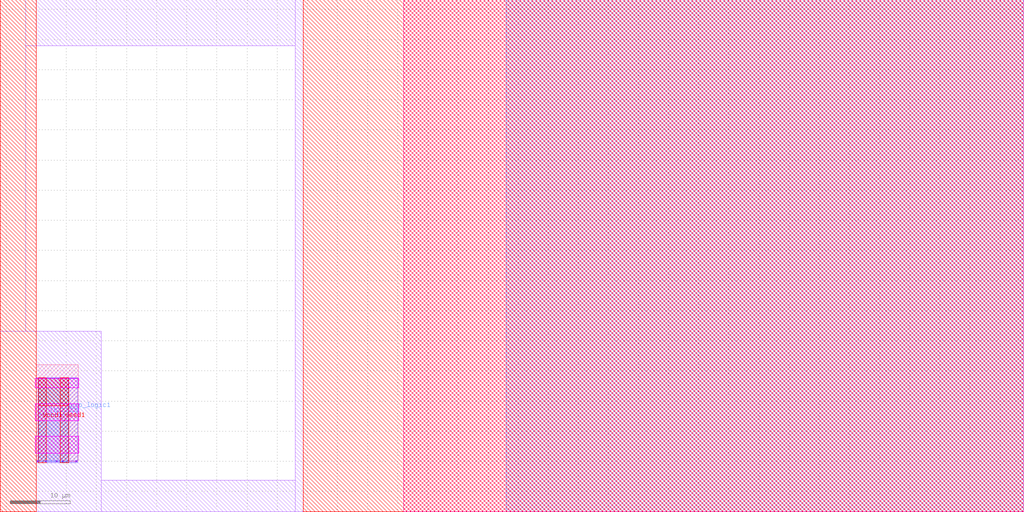
<source format=lef>
VERSION 5.7 ;
  NOWIREEXTENSIONATPIN ON ;
  DIVIDERCHAR "/" ;
  BUSBITCHARS "[]" ;
MACRO gpio_logic_high
  CLASS BLOCK ;
  FOREIGN gpio_logic_high ;
  ORIGIN 0.000 0.000 ;
  SIZE 7.000 BY 16.000 ;
  PIN gpio_logic1
    DIRECTION OUTPUT TRISTATE ;
    USE SIGNAL ;
    PORT
      LAYER met3 ;
        RECT 3.000 8.200 7.000 8.800 ;
    END
  END gpio_logic1
  PIN vccd1
    DIRECTION INPUT ;
    USE POWER ;
    PORT
      LAYER met4 ;
        RECT 0.300 -0.240 1.700 13.840 ;
    END
  END vccd1
  PIN vssd1
    DIRECTION INPUT ;
    USE GROUND ;
    PORT
      LAYER met4 ;
        RECT 4.000 -0.240 5.400 13.840 ;
    END
  END vssd1
  OBS
      LAYER nwell ;
        RECT -0.190 12.185 7.090 13.790 ;
        RECT -0.190 6.745 7.090 9.575 ;
        RECT -0.190 1.305 7.090 4.135 ;
      LAYER pwell ;
        RECT 0.145 -0.085 0.315 0.085 ;
        RECT 1.525 -0.085 1.695 0.085 ;
        RECT 3.360 -0.055 3.480 0.055 ;
        RECT 4.285 -0.085 4.455 0.085 ;
        RECT 6.585 -0.085 6.755 0.085 ;
      LAYER li1 ;
        RECT 0.000 0.085 6.900 13.685 ;
        RECT -5.98 -8.400 10.815 21.565 ;
        RECT -5.98 21.565 -1.715 76.600 ;
        RECT -1.715 69.005 43.02 76.600 ;
        RECT 10.815 -8.400 43.02 -3.16 ;
        RECT 43.02 -8.400 163.83 76.600 ;
      LAYER li1 ;
        RECT 0.000 -0.085 6.900 0.085 ;
      LAYER met1 ;
        RECT 0.000 -0.240 6.900 13.840 ;
        RECT 78 -8.4 164.020 76.600 ;
      LAYER met2 ;
        RECT 0.390 0.000 5.310 13.840 ;
        RECT 4.090 -0.240 5.310 0.000 ;
        RECT 78 -8.4 164.020 76.600 ;
      LAYER met3 ;
        RECT 0.300 9.200 5.400 13.765 ;
        RECT 0.300 7.800 2.600 9.200 ;
        RECT 0.300 0.000 5.400 7.800 ;
        RECT 4.000 -0.165 5.400 0.000 ;
      LAYER met4 ;
        RECT 0.300 9.200 5.400 13.765 ;
        RECT -5.98 -8.400 0 76.600 ;
        RECT 44.31 -8.4 164.02 76.600 ;
      LAYER met5 ;
        RECT 61.020 -8.4 164.02 76.600 ;
  END
END gpio_logic_high
END LIBRARY


</source>
